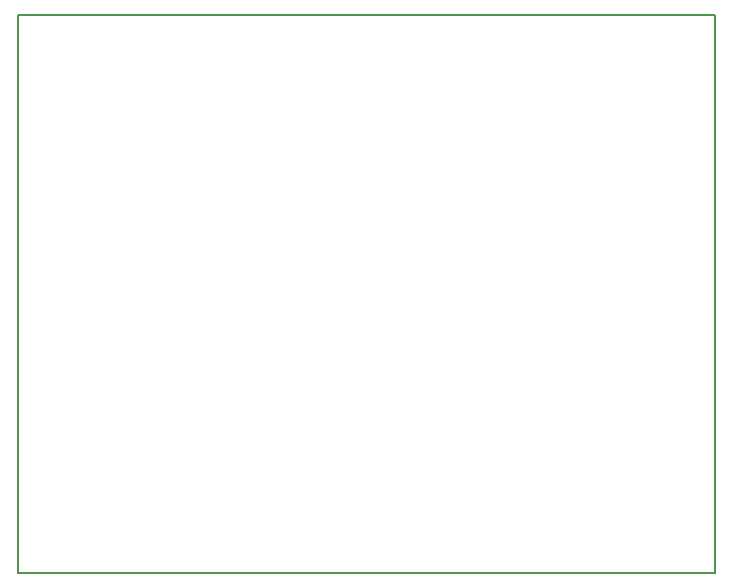
<source format=gbr>
%TF.GenerationSoftware,KiCad,Pcbnew,(5.1.9)-1*%
%TF.CreationDate,2021-08-30T22:49:49-04:00*%
%TF.ProjectId,STM32G491,53544d33-3247-4343-9931-2e6b69636164,rev?*%
%TF.SameCoordinates,Original*%
%TF.FileFunction,Profile,NP*%
%FSLAX46Y46*%
G04 Gerber Fmt 4.6, Leading zero omitted, Abs format (unit mm)*
G04 Created by KiCad (PCBNEW (5.1.9)-1) date 2021-08-30 22:49:49*
%MOMM*%
%LPD*%
G01*
G04 APERTURE LIST*
%TA.AperFunction,Profile*%
%ADD10C,0.150000*%
%TD*%
G04 APERTURE END LIST*
D10*
X215850000Y-104000000D02*
X215850000Y-74500000D01*
X215600000Y-104000000D02*
X215850000Y-104000000D01*
X156850000Y-104000000D02*
X215600000Y-104000000D01*
X156850000Y-56750000D02*
X156850000Y-104000000D01*
X215850000Y-56750000D02*
X156850000Y-56750000D01*
X215850000Y-74500000D02*
X215850000Y-56750000D01*
M02*

</source>
